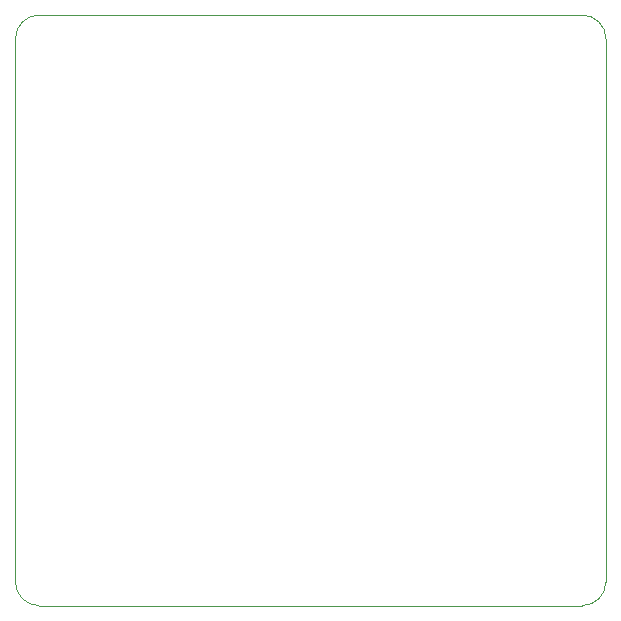
<source format=gbr>
G04 (created by PCBNEW (2013-07-07 BZR 4022)-stable) date 1/7/2015 9:26:39 PM*
%MOIN*%
G04 Gerber Fmt 3.4, Leading zero omitted, Abs format*
%FSLAX34Y34*%
G01*
G70*
G90*
G04 APERTURE LIST*
%ADD10C,0.00590551*%
%ADD11C,0.00393701*%
G04 APERTURE END LIST*
G54D10*
G54D11*
X19685Y-787D02*
G75*
G03X18897Y0I-787J0D01*
G74*
G01*
X0Y-18897D02*
G75*
G03X787Y-19685I787J0D01*
G74*
G01*
X18897Y-19685D02*
G75*
G03X19685Y-18897I0J787D01*
G74*
G01*
X787Y0D02*
X18897Y0D01*
X0Y-787D02*
X0Y-18897D01*
X787Y0D02*
G75*
G03X0Y-787I0J-787D01*
G74*
G01*
X787Y-19685D02*
X18897Y-19685D01*
X19685Y-787D02*
X19685Y-18897D01*
M02*

</source>
